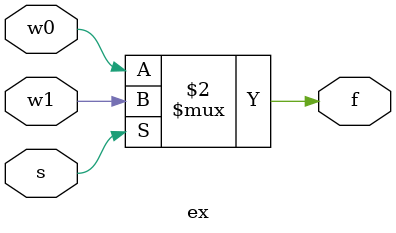
<source format=v>
module ex (w0, w1, s, f);
input w0, w1, s;
output f;
reg f;
always @(w0 or w1 or s)
f = s ? w1 : w0;
endmodule

</source>
